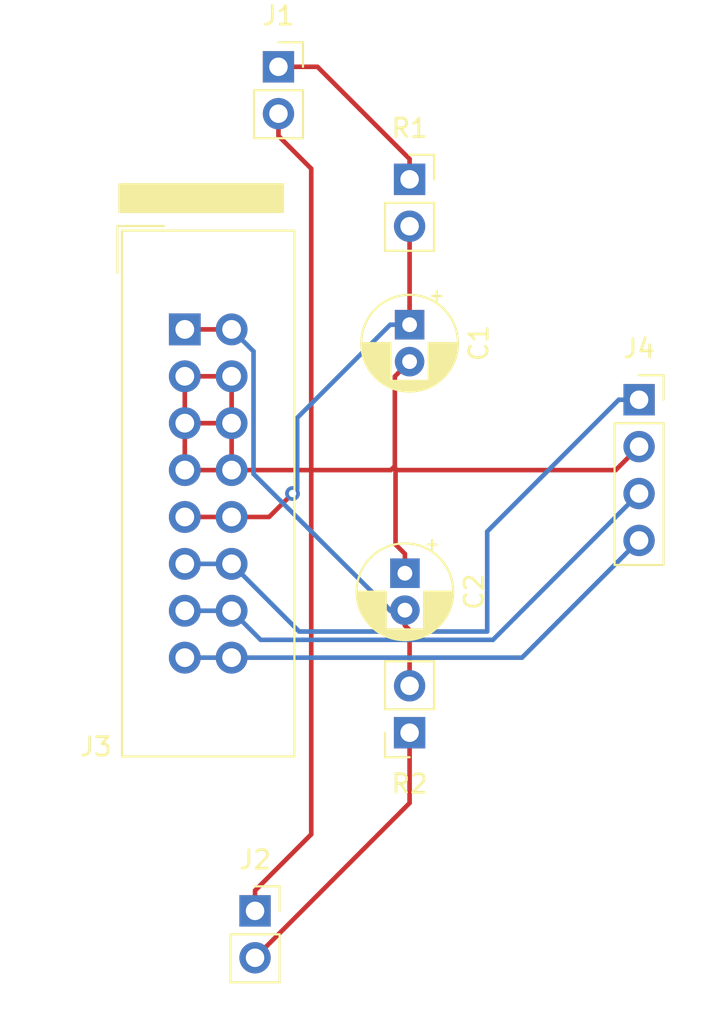
<source format=kicad_pcb>
(kicad_pcb (version 20171130) (host pcbnew "(5.1.5-0-10_14)")

  (general
    (thickness 1.6)
    (drawings 1)
    (tracks 70)
    (zones 0)
    (modules 8)
    (nets 9)
  )

  (page A4)
  (layers
    (0 F.Cu signal)
    (31 B.Cu signal)
    (32 B.Adhes user)
    (33 F.Adhes user)
    (34 B.Paste user)
    (35 F.Paste user)
    (36 B.SilkS user)
    (37 F.SilkS user)
    (38 B.Mask user)
    (39 F.Mask user)
    (40 Dwgs.User user)
    (41 Cmts.User user)
    (42 Eco1.User user)
    (43 Eco2.User user)
    (44 Edge.Cuts user)
    (45 Margin user)
    (46 B.CrtYd user)
    (47 F.CrtYd user)
    (48 B.Fab user)
    (49 F.Fab user)
  )

  (setup
    (last_trace_width 0.25)
    (trace_clearance 0.2)
    (zone_clearance 0.508)
    (zone_45_only no)
    (trace_min 0.2)
    (via_size 0.8)
    (via_drill 0.4)
    (via_min_size 0.4)
    (via_min_drill 0.3)
    (uvia_size 0.3)
    (uvia_drill 0.1)
    (uvias_allowed no)
    (uvia_min_size 0.2)
    (uvia_min_drill 0.1)
    (edge_width 0.05)
    (segment_width 0.2)
    (pcb_text_width 0.3)
    (pcb_text_size 1.5 1.5)
    (mod_edge_width 0.12)
    (mod_text_size 1 1)
    (mod_text_width 0.15)
    (pad_size 1.524 1.524)
    (pad_drill 0.762)
    (pad_to_mask_clearance 0.051)
    (solder_mask_min_width 0.25)
    (aux_axis_origin 0 0)
    (visible_elements FFFFFF7F)
    (pcbplotparams
      (layerselection 0x010fc_ffffffff)
      (usegerberextensions false)
      (usegerberattributes false)
      (usegerberadvancedattributes false)
      (creategerberjobfile false)
      (excludeedgelayer true)
      (linewidth 0.100000)
      (plotframeref false)
      (viasonmask false)
      (mode 1)
      (useauxorigin false)
      (hpglpennumber 1)
      (hpglpenspeed 20)
      (hpglpendiameter 15.000000)
      (psnegative false)
      (psa4output false)
      (plotreference true)
      (plotvalue true)
      (plotinvisibletext false)
      (padsonsilk false)
      (subtractmaskfromsilk false)
      (outputformat 1)
      (mirror false)
      (drillshape 1)
      (scaleselection 1)
      (outputdirectory ""))
  )

  (net 0 "")
  (net 1 +12V)
  (net 2 GND)
  (net 3 -12V)
  (net 4 "Net-(J1-Pad1)")
  (net 5 "Net-(J2-Pad2)")
  (net 6 "Net-(J3-Pad11)")
  (net 7 "Net-(J3-Pad13)")
  (net 8 "Net-(J3-Pad15)")

  (net_class Default "This is the default net class."
    (clearance 0.2)
    (trace_width 0.25)
    (via_dia 0.8)
    (via_drill 0.4)
    (uvia_dia 0.3)
    (uvia_drill 0.1)
    (add_net +12V)
    (add_net -12V)
    (add_net GND)
    (add_net "Net-(J1-Pad1)")
    (add_net "Net-(J2-Pad2)")
    (add_net "Net-(J3-Pad11)")
    (add_net "Net-(J3-Pad13)")
    (add_net "Net-(J3-Pad15)")
  )

  (module synth:EURORACK_16_IDC (layer F.Cu) (tedit 5EC95A29) (tstamp 5ECD562F)
    (at 46.99 59.944)
    (descr "Through hole straight IDC box header, 2x08, 2.54mm pitch, double rows")
    (tags "Through hole IDC box header THT 2x08 2.54mm double row")
    (path /5ECC3181)
    (fp_text reference J3 (at -4.826 22.606) (layer F.SilkS)
      (effects (font (size 1 1) (thickness 0.15)))
    )
    (fp_text value EURORACK_CONN_16_GATE_CV (at 1.27 24.384) (layer F.Fab)
      (effects (font (size 1 1) (thickness 0.15)))
    )
    (fp_text user %R (at 1.27 8.89) (layer F.Fab)
      (effects (font (size 1 1) (thickness 0.15)))
    )
    (fp_line (start 5.695 -5.1) (end 5.695 22.88) (layer F.Fab) (width 0.1))
    (fp_line (start 5.145 -4.56) (end 5.145 22.32) (layer F.Fab) (width 0.1))
    (fp_line (start -3.155 -5.1) (end -3.155 22.88) (layer F.Fab) (width 0.1))
    (fp_line (start -2.605 -4.56) (end -2.605 6.64) (layer F.Fab) (width 0.1))
    (fp_line (start -2.605 11.14) (end -2.605 22.32) (layer F.Fab) (width 0.1))
    (fp_line (start -2.605 6.64) (end -3.155 6.64) (layer F.Fab) (width 0.1))
    (fp_line (start -2.605 11.14) (end -3.155 11.14) (layer F.Fab) (width 0.1))
    (fp_line (start 5.695 -5.1) (end -3.155 -5.1) (layer F.Fab) (width 0.1))
    (fp_line (start 5.145 -4.56) (end -2.605 -4.56) (layer F.Fab) (width 0.1))
    (fp_line (start 5.695 22.88) (end -3.155 22.88) (layer F.Fab) (width 0.1))
    (fp_line (start 5.145 22.32) (end -2.605 22.32) (layer F.Fab) (width 0.1))
    (fp_line (start 5.695 -5.1) (end 5.145 -4.56) (layer F.Fab) (width 0.1))
    (fp_line (start 5.695 22.88) (end 5.145 22.32) (layer F.Fab) (width 0.1))
    (fp_line (start -3.155 -5.1) (end -2.605 -4.56) (layer F.Fab) (width 0.1))
    (fp_line (start -3.155 22.88) (end -2.605 22.32) (layer F.Fab) (width 0.1))
    (fp_line (start 5.95 -5.35) (end 5.95 23.13) (layer F.CrtYd) (width 0.05))
    (fp_line (start 5.95 23.13) (end -3.41 23.13) (layer F.CrtYd) (width 0.05))
    (fp_line (start -3.41 23.13) (end -3.41 -5.35) (layer F.CrtYd) (width 0.05))
    (fp_line (start -3.41 -5.35) (end 5.95 -5.35) (layer F.CrtYd) (width 0.05))
    (fp_line (start 5.945 -5.35) (end 5.945 23.13) (layer F.SilkS) (width 0.12))
    (fp_line (start 5.945 23.13) (end -3.405 23.13) (layer F.SilkS) (width 0.12))
    (fp_line (start -3.405 23.13) (end -3.405 -5.35) (layer F.SilkS) (width 0.12))
    (fp_line (start -3.405 -5.35) (end 5.945 -5.35) (layer F.SilkS) (width 0.12))
    (fp_line (start -3.655 -5.6) (end -3.655 -3.06) (layer F.SilkS) (width 0.12))
    (fp_line (start -3.655 -5.6) (end -1.115 -5.6) (layer F.SilkS) (width 0.12))
    (pad 1 thru_hole rect (at 0 0) (size 1.7272 1.7272) (drill 1.016) (layers *.Cu *.Mask)
      (net 3 -12V))
    (pad 1 thru_hole oval (at 2.54 0) (size 1.7272 1.7272) (drill 1.016) (layers *.Cu *.Mask)
      (net 3 -12V))
    (pad 3 thru_hole oval (at 0 2.54) (size 1.7272 1.7272) (drill 1.016) (layers *.Cu *.Mask)
      (net 2 GND))
    (pad 3 thru_hole oval (at 2.54 2.54) (size 1.7272 1.7272) (drill 1.016) (layers *.Cu *.Mask)
      (net 2 GND))
    (pad 3 thru_hole oval (at 0 5.08) (size 1.7272 1.7272) (drill 1.016) (layers *.Cu *.Mask)
      (net 2 GND))
    (pad 3 thru_hole oval (at 2.54 5.08) (size 1.7272 1.7272) (drill 1.016) (layers *.Cu *.Mask)
      (net 2 GND))
    (pad 3 thru_hole oval (at 0 7.62) (size 1.7272 1.7272) (drill 1.016) (layers *.Cu *.Mask)
      (net 2 GND))
    (pad 3 thru_hole oval (at 2.54 7.62) (size 1.7272 1.7272) (drill 1.016) (layers *.Cu *.Mask)
      (net 2 GND))
    (pad 9 thru_hole oval (at 0 10.16) (size 1.7272 1.7272) (drill 1.016) (layers *.Cu *.Mask)
      (net 1 +12V))
    (pad 9 thru_hole oval (at 2.54 10.16) (size 1.7272 1.7272) (drill 1.016) (layers *.Cu *.Mask)
      (net 1 +12V))
    (pad 11 thru_hole oval (at 0 12.7) (size 1.7272 1.7272) (drill 1.016) (layers *.Cu *.Mask)
      (net 6 "Net-(J3-Pad11)"))
    (pad 11 thru_hole oval (at 2.54 12.7) (size 1.7272 1.7272) (drill 1.016) (layers *.Cu *.Mask)
      (net 6 "Net-(J3-Pad11)"))
    (pad 13 thru_hole oval (at 0 15.24) (size 1.7272 1.7272) (drill 1.016) (layers *.Cu *.Mask)
      (net 7 "Net-(J3-Pad13)"))
    (pad 13 thru_hole oval (at 2.54 15.24) (size 1.7272 1.7272) (drill 1.016) (layers *.Cu *.Mask)
      (net 7 "Net-(J3-Pad13)"))
    (pad 15 thru_hole oval (at 0 17.78) (size 1.7272 1.7272) (drill 1.016) (layers *.Cu *.Mask)
      (net 8 "Net-(J3-Pad15)"))
    (pad 15 thru_hole oval (at 2.54 17.78) (size 1.7272 1.7272) (drill 1.016) (layers *.Cu *.Mask)
      (net 8 "Net-(J3-Pad15)"))
    (model ${KISYS3DMOD}/Connector_IDC.3dshapes/IDC-Header_2x08_P2.54mm_Vertical.wrl
      (at (xyz 0 0 0))
      (scale (xyz 1 1 1))
      (rotate (xyz 0 0 0))
    )
  )

  (module KiCad/kicad-footprints/Connector_PinSocket_2.54mm.pretty:PinSocket_1x02_P2.54mm_Vertical (layer F.Cu) (tedit 5A19A420) (tstamp 5ECD55EB)
    (at 52.07 45.72)
    (descr "Through hole straight socket strip, 1x02, 2.54mm pitch, single row (from Kicad 4.0.7), script generated")
    (tags "Through hole socket strip THT 1x02 2.54mm single row")
    (path /5ECCEFD6)
    (fp_text reference J1 (at 0 -2.77) (layer F.SilkS)
      (effects (font (size 1 1) (thickness 0.15)))
    )
    (fp_text value Conn_01x02 (at 0 5.31) (layer F.Fab)
      (effects (font (size 1 1) (thickness 0.15)))
    )
    (fp_text user %R (at 0 1.27 90) (layer F.Fab)
      (effects (font (size 1 1) (thickness 0.15)))
    )
    (fp_line (start -1.8 4.3) (end -1.8 -1.8) (layer F.CrtYd) (width 0.05))
    (fp_line (start 1.75 4.3) (end -1.8 4.3) (layer F.CrtYd) (width 0.05))
    (fp_line (start 1.75 -1.8) (end 1.75 4.3) (layer F.CrtYd) (width 0.05))
    (fp_line (start -1.8 -1.8) (end 1.75 -1.8) (layer F.CrtYd) (width 0.05))
    (fp_line (start 0 -1.33) (end 1.33 -1.33) (layer F.SilkS) (width 0.12))
    (fp_line (start 1.33 -1.33) (end 1.33 0) (layer F.SilkS) (width 0.12))
    (fp_line (start 1.33 1.27) (end 1.33 3.87) (layer F.SilkS) (width 0.12))
    (fp_line (start -1.33 3.87) (end 1.33 3.87) (layer F.SilkS) (width 0.12))
    (fp_line (start -1.33 1.27) (end -1.33 3.87) (layer F.SilkS) (width 0.12))
    (fp_line (start -1.33 1.27) (end 1.33 1.27) (layer F.SilkS) (width 0.12))
    (fp_line (start -1.27 3.81) (end -1.27 -1.27) (layer F.Fab) (width 0.1))
    (fp_line (start 1.27 3.81) (end -1.27 3.81) (layer F.Fab) (width 0.1))
    (fp_line (start 1.27 -0.635) (end 1.27 3.81) (layer F.Fab) (width 0.1))
    (fp_line (start 0.635 -1.27) (end 1.27 -0.635) (layer F.Fab) (width 0.1))
    (fp_line (start -1.27 -1.27) (end 0.635 -1.27) (layer F.Fab) (width 0.1))
    (pad 2 thru_hole oval (at 0 2.54) (size 1.7 1.7) (drill 1) (layers *.Cu *.Mask)
      (net 2 GND))
    (pad 1 thru_hole rect (at 0 0) (size 1.7 1.7) (drill 1) (layers *.Cu *.Mask)
      (net 4 "Net-(J1-Pad1)"))
    (model ${KISYS3DMOD}/Connector_PinSocket_2.54mm.3dshapes/PinSocket_1x02_P2.54mm_Vertical.wrl
      (at (xyz 0 0 0))
      (scale (xyz 1 1 1))
      (rotate (xyz 0 0 0))
    )
  )

  (module KiCad/kicad-footprints/Connector_PinSocket_2.54mm.pretty:PinSocket_1x02_P2.54mm_Vertical (layer F.Cu) (tedit 5A19A420) (tstamp 5ECD5601)
    (at 50.8 91.44)
    (descr "Through hole straight socket strip, 1x02, 2.54mm pitch, single row (from Kicad 4.0.7), script generated")
    (tags "Through hole socket strip THT 1x02 2.54mm single row")
    (path /5ECDE7EC)
    (fp_text reference J2 (at 0 -2.77) (layer F.SilkS)
      (effects (font (size 1 1) (thickness 0.15)))
    )
    (fp_text value Conn_01x02 (at 0 5.31) (layer F.Fab)
      (effects (font (size 1 1) (thickness 0.15)))
    )
    (fp_text user %R (at 0 1.27 90) (layer F.Fab)
      (effects (font (size 1 1) (thickness 0.15)))
    )
    (fp_line (start -1.8 4.3) (end -1.8 -1.8) (layer F.CrtYd) (width 0.05))
    (fp_line (start 1.75 4.3) (end -1.8 4.3) (layer F.CrtYd) (width 0.05))
    (fp_line (start 1.75 -1.8) (end 1.75 4.3) (layer F.CrtYd) (width 0.05))
    (fp_line (start -1.8 -1.8) (end 1.75 -1.8) (layer F.CrtYd) (width 0.05))
    (fp_line (start 0 -1.33) (end 1.33 -1.33) (layer F.SilkS) (width 0.12))
    (fp_line (start 1.33 -1.33) (end 1.33 0) (layer F.SilkS) (width 0.12))
    (fp_line (start 1.33 1.27) (end 1.33 3.87) (layer F.SilkS) (width 0.12))
    (fp_line (start -1.33 3.87) (end 1.33 3.87) (layer F.SilkS) (width 0.12))
    (fp_line (start -1.33 1.27) (end -1.33 3.87) (layer F.SilkS) (width 0.12))
    (fp_line (start -1.33 1.27) (end 1.33 1.27) (layer F.SilkS) (width 0.12))
    (fp_line (start -1.27 3.81) (end -1.27 -1.27) (layer F.Fab) (width 0.1))
    (fp_line (start 1.27 3.81) (end -1.27 3.81) (layer F.Fab) (width 0.1))
    (fp_line (start 1.27 -0.635) (end 1.27 3.81) (layer F.Fab) (width 0.1))
    (fp_line (start 0.635 -1.27) (end 1.27 -0.635) (layer F.Fab) (width 0.1))
    (fp_line (start -1.27 -1.27) (end 0.635 -1.27) (layer F.Fab) (width 0.1))
    (pad 2 thru_hole oval (at 0 2.54) (size 1.7 1.7) (drill 1) (layers *.Cu *.Mask)
      (net 5 "Net-(J2-Pad2)"))
    (pad 1 thru_hole rect (at 0 0) (size 1.7 1.7) (drill 1) (layers *.Cu *.Mask)
      (net 2 GND))
    (model ${KISYS3DMOD}/Connector_PinSocket_2.54mm.3dshapes/PinSocket_1x02_P2.54mm_Vertical.wrl
      (at (xyz 0 0 0))
      (scale (xyz 1 1 1))
      (rotate (xyz 0 0 0))
    )
  )

  (module KiCad/kicad-footprints/Connector_PinSocket_2.54mm.pretty:PinSocket_1x04_P2.54mm_Vertical (layer F.Cu) (tedit 5A19A429) (tstamp 5ECD8506)
    (at 71.628 63.754)
    (descr "Through hole straight socket strip, 1x04, 2.54mm pitch, single row (from Kicad 4.0.7), script generated")
    (tags "Through hole socket strip THT 1x04 2.54mm single row")
    (path /5ECCB209)
    (fp_text reference J4 (at 0 -2.77) (layer F.SilkS)
      (effects (font (size 1 1) (thickness 0.15)))
    )
    (fp_text value Conn_01x04 (at 0 10.39) (layer F.Fab)
      (effects (font (size 1 1) (thickness 0.15)))
    )
    (fp_line (start -1.27 -1.27) (end 0.635 -1.27) (layer F.Fab) (width 0.1))
    (fp_line (start 0.635 -1.27) (end 1.27 -0.635) (layer F.Fab) (width 0.1))
    (fp_line (start 1.27 -0.635) (end 1.27 8.89) (layer F.Fab) (width 0.1))
    (fp_line (start 1.27 8.89) (end -1.27 8.89) (layer F.Fab) (width 0.1))
    (fp_line (start -1.27 8.89) (end -1.27 -1.27) (layer F.Fab) (width 0.1))
    (fp_line (start -1.33 1.27) (end 1.33 1.27) (layer F.SilkS) (width 0.12))
    (fp_line (start -1.33 1.27) (end -1.33 8.95) (layer F.SilkS) (width 0.12))
    (fp_line (start -1.33 8.95) (end 1.33 8.95) (layer F.SilkS) (width 0.12))
    (fp_line (start 1.33 1.27) (end 1.33 8.95) (layer F.SilkS) (width 0.12))
    (fp_line (start 1.33 -1.33) (end 1.33 0) (layer F.SilkS) (width 0.12))
    (fp_line (start 0 -1.33) (end 1.33 -1.33) (layer F.SilkS) (width 0.12))
    (fp_line (start -1.8 -1.8) (end 1.75 -1.8) (layer F.CrtYd) (width 0.05))
    (fp_line (start 1.75 -1.8) (end 1.75 9.4) (layer F.CrtYd) (width 0.05))
    (fp_line (start 1.75 9.4) (end -1.8 9.4) (layer F.CrtYd) (width 0.05))
    (fp_line (start -1.8 9.4) (end -1.8 -1.8) (layer F.CrtYd) (width 0.05))
    (fp_text user %R (at 0 3.81 90) (layer F.Fab)
      (effects (font (size 1 1) (thickness 0.15)))
    )
    (pad 1 thru_hole rect (at 0 0) (size 1.7 1.7) (drill 1) (layers *.Cu *.Mask)
      (net 6 "Net-(J3-Pad11)"))
    (pad 2 thru_hole oval (at 0 2.54) (size 1.7 1.7) (drill 1) (layers *.Cu *.Mask)
      (net 2 GND))
    (pad 3 thru_hole oval (at 0 5.08) (size 1.7 1.7) (drill 1) (layers *.Cu *.Mask)
      (net 7 "Net-(J3-Pad13)"))
    (pad 4 thru_hole oval (at 0 7.62) (size 1.7 1.7) (drill 1) (layers *.Cu *.Mask)
      (net 8 "Net-(J3-Pad15)"))
    (model ${KISYS3DMOD}/Connector_PinSocket_2.54mm.3dshapes/PinSocket_1x04_P2.54mm_Vertical.wrl
      (at (xyz 0 0 0))
      (scale (xyz 1 1 1))
      (rotate (xyz 0 0 0))
    )
  )

  (module KiCad/kicad-footprints/Connector_PinSocket_2.54mm.pretty:PinSocket_1x02_P2.54mm_Vertical (layer F.Cu) (tedit 5A19A420) (tstamp 5ECD5AEF)
    (at 59.182 51.816)
    (descr "Through hole straight socket strip, 1x02, 2.54mm pitch, single row (from Kicad 4.0.7), script generated")
    (tags "Through hole socket strip THT 1x02 2.54mm single row")
    (path /5ECC584A)
    (fp_text reference R1 (at 0 -2.77) (layer F.SilkS)
      (effects (font (size 1 1) (thickness 0.15)))
    )
    (fp_text value 0.5 (at 0 5.31) (layer F.Fab)
      (effects (font (size 1 1) (thickness 0.15)))
    )
    (fp_line (start -1.27 -1.27) (end 0.635 -1.27) (layer F.Fab) (width 0.1))
    (fp_line (start 0.635 -1.27) (end 1.27 -0.635) (layer F.Fab) (width 0.1))
    (fp_line (start 1.27 -0.635) (end 1.27 3.81) (layer F.Fab) (width 0.1))
    (fp_line (start 1.27 3.81) (end -1.27 3.81) (layer F.Fab) (width 0.1))
    (fp_line (start -1.27 3.81) (end -1.27 -1.27) (layer F.Fab) (width 0.1))
    (fp_line (start -1.33 1.27) (end 1.33 1.27) (layer F.SilkS) (width 0.12))
    (fp_line (start -1.33 1.27) (end -1.33 3.87) (layer F.SilkS) (width 0.12))
    (fp_line (start -1.33 3.87) (end 1.33 3.87) (layer F.SilkS) (width 0.12))
    (fp_line (start 1.33 1.27) (end 1.33 3.87) (layer F.SilkS) (width 0.12))
    (fp_line (start 1.33 -1.33) (end 1.33 0) (layer F.SilkS) (width 0.12))
    (fp_line (start 0 -1.33) (end 1.33 -1.33) (layer F.SilkS) (width 0.12))
    (fp_line (start -1.8 -1.8) (end 1.75 -1.8) (layer F.CrtYd) (width 0.05))
    (fp_line (start 1.75 -1.8) (end 1.75 4.3) (layer F.CrtYd) (width 0.05))
    (fp_line (start 1.75 4.3) (end -1.8 4.3) (layer F.CrtYd) (width 0.05))
    (fp_line (start -1.8 4.3) (end -1.8 -1.8) (layer F.CrtYd) (width 0.05))
    (fp_text user %R (at 0 1.27 90) (layer F.Fab)
      (effects (font (size 1 1) (thickness 0.15)))
    )
    (pad 1 thru_hole rect (at 0 0) (size 1.7 1.7) (drill 1) (layers *.Cu *.Mask)
      (net 4 "Net-(J1-Pad1)"))
    (pad 2 thru_hole oval (at 0 2.54) (size 1.7 1.7) (drill 1) (layers *.Cu *.Mask)
      (net 1 +12V))
    (model ${KISYS3DMOD}/Connector_PinSocket_2.54mm.3dshapes/PinSocket_1x02_P2.54mm_Vertical.wrl
      (at (xyz 0 0 0))
      (scale (xyz 1 1 1))
      (rotate (xyz 0 0 0))
    )
  )

  (module KiCad/kicad-footprints/Connector_PinSocket_2.54mm.pretty:PinSocket_1x02_P2.54mm_Vertical (layer F.Cu) (tedit 5A19A420) (tstamp 5ECD585F)
    (at 59.182 81.788 180)
    (descr "Through hole straight socket strip, 1x02, 2.54mm pitch, single row (from Kicad 4.0.7), script generated")
    (tags "Through hole socket strip THT 1x02 2.54mm single row")
    (path /5ECDE7C2)
    (fp_text reference R2 (at 0 -2.77) (layer F.SilkS)
      (effects (font (size 1 1) (thickness 0.15)))
    )
    (fp_text value 0.5 (at 0 5.31) (layer F.Fab)
      (effects (font (size 1 1) (thickness 0.15)))
    )
    (fp_line (start -1.27 -1.27) (end 0.635 -1.27) (layer F.Fab) (width 0.1))
    (fp_line (start 0.635 -1.27) (end 1.27 -0.635) (layer F.Fab) (width 0.1))
    (fp_line (start 1.27 -0.635) (end 1.27 3.81) (layer F.Fab) (width 0.1))
    (fp_line (start 1.27 3.81) (end -1.27 3.81) (layer F.Fab) (width 0.1))
    (fp_line (start -1.27 3.81) (end -1.27 -1.27) (layer F.Fab) (width 0.1))
    (fp_line (start -1.33 1.27) (end 1.33 1.27) (layer F.SilkS) (width 0.12))
    (fp_line (start -1.33 1.27) (end -1.33 3.87) (layer F.SilkS) (width 0.12))
    (fp_line (start -1.33 3.87) (end 1.33 3.87) (layer F.SilkS) (width 0.12))
    (fp_line (start 1.33 1.27) (end 1.33 3.87) (layer F.SilkS) (width 0.12))
    (fp_line (start 1.33 -1.33) (end 1.33 0) (layer F.SilkS) (width 0.12))
    (fp_line (start 0 -1.33) (end 1.33 -1.33) (layer F.SilkS) (width 0.12))
    (fp_line (start -1.8 -1.8) (end 1.75 -1.8) (layer F.CrtYd) (width 0.05))
    (fp_line (start 1.75 -1.8) (end 1.75 4.3) (layer F.CrtYd) (width 0.05))
    (fp_line (start 1.75 4.3) (end -1.8 4.3) (layer F.CrtYd) (width 0.05))
    (fp_line (start -1.8 4.3) (end -1.8 -1.8) (layer F.CrtYd) (width 0.05))
    (fp_text user %R (at 0 1.27) (layer F.Fab)
      (effects (font (size 1 1) (thickness 0.15)))
    )
    (pad 1 thru_hole rect (at 0 0 180) (size 1.7 1.7) (drill 1) (layers *.Cu *.Mask)
      (net 5 "Net-(J2-Pad2)"))
    (pad 2 thru_hole oval (at 0 2.54 180) (size 1.7 1.7) (drill 1) (layers *.Cu *.Mask)
      (net 3 -12V))
    (model ${KISYS3DMOD}/Connector_PinSocket_2.54mm.3dshapes/PinSocket_1x02_P2.54mm_Vertical.wrl
      (at (xyz 0 0 0))
      (scale (xyz 1 1 1))
      (rotate (xyz 0 0 0))
    )
  )

  (module KiCad/kicad-footprints/Capacitor_THT.pretty:CP_Radial_D5.0mm_P2.00mm (layer F.Cu) (tedit 5AE50EF0) (tstamp 5ECD7747)
    (at 59.182 59.69 270)
    (descr "CP, Radial series, Radial, pin pitch=2.00mm, , diameter=5mm, Electrolytic Capacitor")
    (tags "CP Radial series Radial pin pitch 2.00mm  diameter 5mm Electrolytic Capacitor")
    (path /5ECEE074)
    (fp_text reference C1 (at 1 -3.75 90) (layer F.SilkS)
      (effects (font (size 1 1) (thickness 0.15)))
    )
    (fp_text value CP (at 1 3.75 90) (layer F.Fab)
      (effects (font (size 1 1) (thickness 0.15)))
    )
    (fp_text user %R (at 1 0 90) (layer F.Fab)
      (effects (font (size 1 1) (thickness 0.15)))
    )
    (fp_line (start -1.554775 -1.725) (end -1.554775 -1.225) (layer F.SilkS) (width 0.12))
    (fp_line (start -1.804775 -1.475) (end -1.304775 -1.475) (layer F.SilkS) (width 0.12))
    (fp_line (start 3.601 -0.284) (end 3.601 0.284) (layer F.SilkS) (width 0.12))
    (fp_line (start 3.561 -0.518) (end 3.561 0.518) (layer F.SilkS) (width 0.12))
    (fp_line (start 3.521 -0.677) (end 3.521 0.677) (layer F.SilkS) (width 0.12))
    (fp_line (start 3.481 -0.805) (end 3.481 0.805) (layer F.SilkS) (width 0.12))
    (fp_line (start 3.441 -0.915) (end 3.441 0.915) (layer F.SilkS) (width 0.12))
    (fp_line (start 3.401 -1.011) (end 3.401 1.011) (layer F.SilkS) (width 0.12))
    (fp_line (start 3.361 -1.098) (end 3.361 1.098) (layer F.SilkS) (width 0.12))
    (fp_line (start 3.321 -1.178) (end 3.321 1.178) (layer F.SilkS) (width 0.12))
    (fp_line (start 3.281 -1.251) (end 3.281 1.251) (layer F.SilkS) (width 0.12))
    (fp_line (start 3.241 -1.319) (end 3.241 1.319) (layer F.SilkS) (width 0.12))
    (fp_line (start 3.201 -1.383) (end 3.201 1.383) (layer F.SilkS) (width 0.12))
    (fp_line (start 3.161 -1.443) (end 3.161 1.443) (layer F.SilkS) (width 0.12))
    (fp_line (start 3.121 -1.5) (end 3.121 1.5) (layer F.SilkS) (width 0.12))
    (fp_line (start 3.081 -1.554) (end 3.081 1.554) (layer F.SilkS) (width 0.12))
    (fp_line (start 3.041 -1.605) (end 3.041 1.605) (layer F.SilkS) (width 0.12))
    (fp_line (start 3.001 1.04) (end 3.001 1.653) (layer F.SilkS) (width 0.12))
    (fp_line (start 3.001 -1.653) (end 3.001 -1.04) (layer F.SilkS) (width 0.12))
    (fp_line (start 2.961 1.04) (end 2.961 1.699) (layer F.SilkS) (width 0.12))
    (fp_line (start 2.961 -1.699) (end 2.961 -1.04) (layer F.SilkS) (width 0.12))
    (fp_line (start 2.921 1.04) (end 2.921 1.743) (layer F.SilkS) (width 0.12))
    (fp_line (start 2.921 -1.743) (end 2.921 -1.04) (layer F.SilkS) (width 0.12))
    (fp_line (start 2.881 1.04) (end 2.881 1.785) (layer F.SilkS) (width 0.12))
    (fp_line (start 2.881 -1.785) (end 2.881 -1.04) (layer F.SilkS) (width 0.12))
    (fp_line (start 2.841 1.04) (end 2.841 1.826) (layer F.SilkS) (width 0.12))
    (fp_line (start 2.841 -1.826) (end 2.841 -1.04) (layer F.SilkS) (width 0.12))
    (fp_line (start 2.801 1.04) (end 2.801 1.864) (layer F.SilkS) (width 0.12))
    (fp_line (start 2.801 -1.864) (end 2.801 -1.04) (layer F.SilkS) (width 0.12))
    (fp_line (start 2.761 1.04) (end 2.761 1.901) (layer F.SilkS) (width 0.12))
    (fp_line (start 2.761 -1.901) (end 2.761 -1.04) (layer F.SilkS) (width 0.12))
    (fp_line (start 2.721 1.04) (end 2.721 1.937) (layer F.SilkS) (width 0.12))
    (fp_line (start 2.721 -1.937) (end 2.721 -1.04) (layer F.SilkS) (width 0.12))
    (fp_line (start 2.681 1.04) (end 2.681 1.971) (layer F.SilkS) (width 0.12))
    (fp_line (start 2.681 -1.971) (end 2.681 -1.04) (layer F.SilkS) (width 0.12))
    (fp_line (start 2.641 1.04) (end 2.641 2.004) (layer F.SilkS) (width 0.12))
    (fp_line (start 2.641 -2.004) (end 2.641 -1.04) (layer F.SilkS) (width 0.12))
    (fp_line (start 2.601 1.04) (end 2.601 2.035) (layer F.SilkS) (width 0.12))
    (fp_line (start 2.601 -2.035) (end 2.601 -1.04) (layer F.SilkS) (width 0.12))
    (fp_line (start 2.561 1.04) (end 2.561 2.065) (layer F.SilkS) (width 0.12))
    (fp_line (start 2.561 -2.065) (end 2.561 -1.04) (layer F.SilkS) (width 0.12))
    (fp_line (start 2.521 1.04) (end 2.521 2.095) (layer F.SilkS) (width 0.12))
    (fp_line (start 2.521 -2.095) (end 2.521 -1.04) (layer F.SilkS) (width 0.12))
    (fp_line (start 2.481 1.04) (end 2.481 2.122) (layer F.SilkS) (width 0.12))
    (fp_line (start 2.481 -2.122) (end 2.481 -1.04) (layer F.SilkS) (width 0.12))
    (fp_line (start 2.441 1.04) (end 2.441 2.149) (layer F.SilkS) (width 0.12))
    (fp_line (start 2.441 -2.149) (end 2.441 -1.04) (layer F.SilkS) (width 0.12))
    (fp_line (start 2.401 1.04) (end 2.401 2.175) (layer F.SilkS) (width 0.12))
    (fp_line (start 2.401 -2.175) (end 2.401 -1.04) (layer F.SilkS) (width 0.12))
    (fp_line (start 2.361 1.04) (end 2.361 2.2) (layer F.SilkS) (width 0.12))
    (fp_line (start 2.361 -2.2) (end 2.361 -1.04) (layer F.SilkS) (width 0.12))
    (fp_line (start 2.321 1.04) (end 2.321 2.224) (layer F.SilkS) (width 0.12))
    (fp_line (start 2.321 -2.224) (end 2.321 -1.04) (layer F.SilkS) (width 0.12))
    (fp_line (start 2.281 1.04) (end 2.281 2.247) (layer F.SilkS) (width 0.12))
    (fp_line (start 2.281 -2.247) (end 2.281 -1.04) (layer F.SilkS) (width 0.12))
    (fp_line (start 2.241 1.04) (end 2.241 2.268) (layer F.SilkS) (width 0.12))
    (fp_line (start 2.241 -2.268) (end 2.241 -1.04) (layer F.SilkS) (width 0.12))
    (fp_line (start 2.201 1.04) (end 2.201 2.29) (layer F.SilkS) (width 0.12))
    (fp_line (start 2.201 -2.29) (end 2.201 -1.04) (layer F.SilkS) (width 0.12))
    (fp_line (start 2.161 1.04) (end 2.161 2.31) (layer F.SilkS) (width 0.12))
    (fp_line (start 2.161 -2.31) (end 2.161 -1.04) (layer F.SilkS) (width 0.12))
    (fp_line (start 2.121 1.04) (end 2.121 2.329) (layer F.SilkS) (width 0.12))
    (fp_line (start 2.121 -2.329) (end 2.121 -1.04) (layer F.SilkS) (width 0.12))
    (fp_line (start 2.081 1.04) (end 2.081 2.348) (layer F.SilkS) (width 0.12))
    (fp_line (start 2.081 -2.348) (end 2.081 -1.04) (layer F.SilkS) (width 0.12))
    (fp_line (start 2.041 1.04) (end 2.041 2.365) (layer F.SilkS) (width 0.12))
    (fp_line (start 2.041 -2.365) (end 2.041 -1.04) (layer F.SilkS) (width 0.12))
    (fp_line (start 2.001 1.04) (end 2.001 2.382) (layer F.SilkS) (width 0.12))
    (fp_line (start 2.001 -2.382) (end 2.001 -1.04) (layer F.SilkS) (width 0.12))
    (fp_line (start 1.961 1.04) (end 1.961 2.398) (layer F.SilkS) (width 0.12))
    (fp_line (start 1.961 -2.398) (end 1.961 -1.04) (layer F.SilkS) (width 0.12))
    (fp_line (start 1.921 1.04) (end 1.921 2.414) (layer F.SilkS) (width 0.12))
    (fp_line (start 1.921 -2.414) (end 1.921 -1.04) (layer F.SilkS) (width 0.12))
    (fp_line (start 1.881 1.04) (end 1.881 2.428) (layer F.SilkS) (width 0.12))
    (fp_line (start 1.881 -2.428) (end 1.881 -1.04) (layer F.SilkS) (width 0.12))
    (fp_line (start 1.841 1.04) (end 1.841 2.442) (layer F.SilkS) (width 0.12))
    (fp_line (start 1.841 -2.442) (end 1.841 -1.04) (layer F.SilkS) (width 0.12))
    (fp_line (start 1.801 1.04) (end 1.801 2.455) (layer F.SilkS) (width 0.12))
    (fp_line (start 1.801 -2.455) (end 1.801 -1.04) (layer F.SilkS) (width 0.12))
    (fp_line (start 1.761 1.04) (end 1.761 2.468) (layer F.SilkS) (width 0.12))
    (fp_line (start 1.761 -2.468) (end 1.761 -1.04) (layer F.SilkS) (width 0.12))
    (fp_line (start 1.721 1.04) (end 1.721 2.48) (layer F.SilkS) (width 0.12))
    (fp_line (start 1.721 -2.48) (end 1.721 -1.04) (layer F.SilkS) (width 0.12))
    (fp_line (start 1.68 1.04) (end 1.68 2.491) (layer F.SilkS) (width 0.12))
    (fp_line (start 1.68 -2.491) (end 1.68 -1.04) (layer F.SilkS) (width 0.12))
    (fp_line (start 1.64 1.04) (end 1.64 2.501) (layer F.SilkS) (width 0.12))
    (fp_line (start 1.64 -2.501) (end 1.64 -1.04) (layer F.SilkS) (width 0.12))
    (fp_line (start 1.6 1.04) (end 1.6 2.511) (layer F.SilkS) (width 0.12))
    (fp_line (start 1.6 -2.511) (end 1.6 -1.04) (layer F.SilkS) (width 0.12))
    (fp_line (start 1.56 1.04) (end 1.56 2.52) (layer F.SilkS) (width 0.12))
    (fp_line (start 1.56 -2.52) (end 1.56 -1.04) (layer F.SilkS) (width 0.12))
    (fp_line (start 1.52 1.04) (end 1.52 2.528) (layer F.SilkS) (width 0.12))
    (fp_line (start 1.52 -2.528) (end 1.52 -1.04) (layer F.SilkS) (width 0.12))
    (fp_line (start 1.48 1.04) (end 1.48 2.536) (layer F.SilkS) (width 0.12))
    (fp_line (start 1.48 -2.536) (end 1.48 -1.04) (layer F.SilkS) (width 0.12))
    (fp_line (start 1.44 1.04) (end 1.44 2.543) (layer F.SilkS) (width 0.12))
    (fp_line (start 1.44 -2.543) (end 1.44 -1.04) (layer F.SilkS) (width 0.12))
    (fp_line (start 1.4 1.04) (end 1.4 2.55) (layer F.SilkS) (width 0.12))
    (fp_line (start 1.4 -2.55) (end 1.4 -1.04) (layer F.SilkS) (width 0.12))
    (fp_line (start 1.36 1.04) (end 1.36 2.556) (layer F.SilkS) (width 0.12))
    (fp_line (start 1.36 -2.556) (end 1.36 -1.04) (layer F.SilkS) (width 0.12))
    (fp_line (start 1.32 1.04) (end 1.32 2.561) (layer F.SilkS) (width 0.12))
    (fp_line (start 1.32 -2.561) (end 1.32 -1.04) (layer F.SilkS) (width 0.12))
    (fp_line (start 1.28 1.04) (end 1.28 2.565) (layer F.SilkS) (width 0.12))
    (fp_line (start 1.28 -2.565) (end 1.28 -1.04) (layer F.SilkS) (width 0.12))
    (fp_line (start 1.24 1.04) (end 1.24 2.569) (layer F.SilkS) (width 0.12))
    (fp_line (start 1.24 -2.569) (end 1.24 -1.04) (layer F.SilkS) (width 0.12))
    (fp_line (start 1.2 1.04) (end 1.2 2.573) (layer F.SilkS) (width 0.12))
    (fp_line (start 1.2 -2.573) (end 1.2 -1.04) (layer F.SilkS) (width 0.12))
    (fp_line (start 1.16 1.04) (end 1.16 2.576) (layer F.SilkS) (width 0.12))
    (fp_line (start 1.16 -2.576) (end 1.16 -1.04) (layer F.SilkS) (width 0.12))
    (fp_line (start 1.12 1.04) (end 1.12 2.578) (layer F.SilkS) (width 0.12))
    (fp_line (start 1.12 -2.578) (end 1.12 -1.04) (layer F.SilkS) (width 0.12))
    (fp_line (start 1.08 1.04) (end 1.08 2.579) (layer F.SilkS) (width 0.12))
    (fp_line (start 1.08 -2.579) (end 1.08 -1.04) (layer F.SilkS) (width 0.12))
    (fp_line (start 1.04 -2.58) (end 1.04 -1.04) (layer F.SilkS) (width 0.12))
    (fp_line (start 1.04 1.04) (end 1.04 2.58) (layer F.SilkS) (width 0.12))
    (fp_line (start 1 -2.58) (end 1 -1.04) (layer F.SilkS) (width 0.12))
    (fp_line (start 1 1.04) (end 1 2.58) (layer F.SilkS) (width 0.12))
    (fp_line (start -0.883605 -1.3375) (end -0.883605 -0.8375) (layer F.Fab) (width 0.1))
    (fp_line (start -1.133605 -1.0875) (end -0.633605 -1.0875) (layer F.Fab) (width 0.1))
    (fp_circle (center 1 0) (end 3.75 0) (layer F.CrtYd) (width 0.05))
    (fp_circle (center 1 0) (end 3.62 0) (layer F.SilkS) (width 0.12))
    (fp_circle (center 1 0) (end 3.5 0) (layer F.Fab) (width 0.1))
    (pad 2 thru_hole circle (at 2 0 270) (size 1.6 1.6) (drill 0.8) (layers *.Cu *.Mask)
      (net 2 GND))
    (pad 1 thru_hole rect (at 0 0 270) (size 1.6 1.6) (drill 0.8) (layers *.Cu *.Mask)
      (net 1 +12V))
    (model ${KISYS3DMOD}/Capacitor_THT.3dshapes/CP_Radial_D5.0mm_P2.00mm.wrl
      (at (xyz 0 0 0))
      (scale (xyz 1 1 1))
      (rotate (xyz 0 0 0))
    )
  )

  (module KiCad/kicad-footprints/Capacitor_THT.pretty:CP_Radial_D5.0mm_P2.00mm (layer F.Cu) (tedit 5AE50EF0) (tstamp 5ECD8995)
    (at 58.928 73.152 270)
    (descr "CP, Radial series, Radial, pin pitch=2.00mm, , diameter=5mm, Electrolytic Capacitor")
    (tags "CP Radial series Radial pin pitch 2.00mm  diameter 5mm Electrolytic Capacitor")
    (path /5ECEC081)
    (fp_text reference C2 (at 1 -3.75 90) (layer F.SilkS)
      (effects (font (size 1 1) (thickness 0.15)))
    )
    (fp_text value CP (at 1 3.75 90) (layer F.Fab)
      (effects (font (size 1 1) (thickness 0.15)))
    )
    (fp_circle (center 1 0) (end 3.5 0) (layer F.Fab) (width 0.1))
    (fp_circle (center 1 0) (end 3.62 0) (layer F.SilkS) (width 0.12))
    (fp_circle (center 1 0) (end 3.75 0) (layer F.CrtYd) (width 0.05))
    (fp_line (start -1.133605 -1.0875) (end -0.633605 -1.0875) (layer F.Fab) (width 0.1))
    (fp_line (start -0.883605 -1.3375) (end -0.883605 -0.8375) (layer F.Fab) (width 0.1))
    (fp_line (start 1 1.04) (end 1 2.58) (layer F.SilkS) (width 0.12))
    (fp_line (start 1 -2.58) (end 1 -1.04) (layer F.SilkS) (width 0.12))
    (fp_line (start 1.04 1.04) (end 1.04 2.58) (layer F.SilkS) (width 0.12))
    (fp_line (start 1.04 -2.58) (end 1.04 -1.04) (layer F.SilkS) (width 0.12))
    (fp_line (start 1.08 -2.579) (end 1.08 -1.04) (layer F.SilkS) (width 0.12))
    (fp_line (start 1.08 1.04) (end 1.08 2.579) (layer F.SilkS) (width 0.12))
    (fp_line (start 1.12 -2.578) (end 1.12 -1.04) (layer F.SilkS) (width 0.12))
    (fp_line (start 1.12 1.04) (end 1.12 2.578) (layer F.SilkS) (width 0.12))
    (fp_line (start 1.16 -2.576) (end 1.16 -1.04) (layer F.SilkS) (width 0.12))
    (fp_line (start 1.16 1.04) (end 1.16 2.576) (layer F.SilkS) (width 0.12))
    (fp_line (start 1.2 -2.573) (end 1.2 -1.04) (layer F.SilkS) (width 0.12))
    (fp_line (start 1.2 1.04) (end 1.2 2.573) (layer F.SilkS) (width 0.12))
    (fp_line (start 1.24 -2.569) (end 1.24 -1.04) (layer F.SilkS) (width 0.12))
    (fp_line (start 1.24 1.04) (end 1.24 2.569) (layer F.SilkS) (width 0.12))
    (fp_line (start 1.28 -2.565) (end 1.28 -1.04) (layer F.SilkS) (width 0.12))
    (fp_line (start 1.28 1.04) (end 1.28 2.565) (layer F.SilkS) (width 0.12))
    (fp_line (start 1.32 -2.561) (end 1.32 -1.04) (layer F.SilkS) (width 0.12))
    (fp_line (start 1.32 1.04) (end 1.32 2.561) (layer F.SilkS) (width 0.12))
    (fp_line (start 1.36 -2.556) (end 1.36 -1.04) (layer F.SilkS) (width 0.12))
    (fp_line (start 1.36 1.04) (end 1.36 2.556) (layer F.SilkS) (width 0.12))
    (fp_line (start 1.4 -2.55) (end 1.4 -1.04) (layer F.SilkS) (width 0.12))
    (fp_line (start 1.4 1.04) (end 1.4 2.55) (layer F.SilkS) (width 0.12))
    (fp_line (start 1.44 -2.543) (end 1.44 -1.04) (layer F.SilkS) (width 0.12))
    (fp_line (start 1.44 1.04) (end 1.44 2.543) (layer F.SilkS) (width 0.12))
    (fp_line (start 1.48 -2.536) (end 1.48 -1.04) (layer F.SilkS) (width 0.12))
    (fp_line (start 1.48 1.04) (end 1.48 2.536) (layer F.SilkS) (width 0.12))
    (fp_line (start 1.52 -2.528) (end 1.52 -1.04) (layer F.SilkS) (width 0.12))
    (fp_line (start 1.52 1.04) (end 1.52 2.528) (layer F.SilkS) (width 0.12))
    (fp_line (start 1.56 -2.52) (end 1.56 -1.04) (layer F.SilkS) (width 0.12))
    (fp_line (start 1.56 1.04) (end 1.56 2.52) (layer F.SilkS) (width 0.12))
    (fp_line (start 1.6 -2.511) (end 1.6 -1.04) (layer F.SilkS) (width 0.12))
    (fp_line (start 1.6 1.04) (end 1.6 2.511) (layer F.SilkS) (width 0.12))
    (fp_line (start 1.64 -2.501) (end 1.64 -1.04) (layer F.SilkS) (width 0.12))
    (fp_line (start 1.64 1.04) (end 1.64 2.501) (layer F.SilkS) (width 0.12))
    (fp_line (start 1.68 -2.491) (end 1.68 -1.04) (layer F.SilkS) (width 0.12))
    (fp_line (start 1.68 1.04) (end 1.68 2.491) (layer F.SilkS) (width 0.12))
    (fp_line (start 1.721 -2.48) (end 1.721 -1.04) (layer F.SilkS) (width 0.12))
    (fp_line (start 1.721 1.04) (end 1.721 2.48) (layer F.SilkS) (width 0.12))
    (fp_line (start 1.761 -2.468) (end 1.761 -1.04) (layer F.SilkS) (width 0.12))
    (fp_line (start 1.761 1.04) (end 1.761 2.468) (layer F.SilkS) (width 0.12))
    (fp_line (start 1.801 -2.455) (end 1.801 -1.04) (layer F.SilkS) (width 0.12))
    (fp_line (start 1.801 1.04) (end 1.801 2.455) (layer F.SilkS) (width 0.12))
    (fp_line (start 1.841 -2.442) (end 1.841 -1.04) (layer F.SilkS) (width 0.12))
    (fp_line (start 1.841 1.04) (end 1.841 2.442) (layer F.SilkS) (width 0.12))
    (fp_line (start 1.881 -2.428) (end 1.881 -1.04) (layer F.SilkS) (width 0.12))
    (fp_line (start 1.881 1.04) (end 1.881 2.428) (layer F.SilkS) (width 0.12))
    (fp_line (start 1.921 -2.414) (end 1.921 -1.04) (layer F.SilkS) (width 0.12))
    (fp_line (start 1.921 1.04) (end 1.921 2.414) (layer F.SilkS) (width 0.12))
    (fp_line (start 1.961 -2.398) (end 1.961 -1.04) (layer F.SilkS) (width 0.12))
    (fp_line (start 1.961 1.04) (end 1.961 2.398) (layer F.SilkS) (width 0.12))
    (fp_line (start 2.001 -2.382) (end 2.001 -1.04) (layer F.SilkS) (width 0.12))
    (fp_line (start 2.001 1.04) (end 2.001 2.382) (layer F.SilkS) (width 0.12))
    (fp_line (start 2.041 -2.365) (end 2.041 -1.04) (layer F.SilkS) (width 0.12))
    (fp_line (start 2.041 1.04) (end 2.041 2.365) (layer F.SilkS) (width 0.12))
    (fp_line (start 2.081 -2.348) (end 2.081 -1.04) (layer F.SilkS) (width 0.12))
    (fp_line (start 2.081 1.04) (end 2.081 2.348) (layer F.SilkS) (width 0.12))
    (fp_line (start 2.121 -2.329) (end 2.121 -1.04) (layer F.SilkS) (width 0.12))
    (fp_line (start 2.121 1.04) (end 2.121 2.329) (layer F.SilkS) (width 0.12))
    (fp_line (start 2.161 -2.31) (end 2.161 -1.04) (layer F.SilkS) (width 0.12))
    (fp_line (start 2.161 1.04) (end 2.161 2.31) (layer F.SilkS) (width 0.12))
    (fp_line (start 2.201 -2.29) (end 2.201 -1.04) (layer F.SilkS) (width 0.12))
    (fp_line (start 2.201 1.04) (end 2.201 2.29) (layer F.SilkS) (width 0.12))
    (fp_line (start 2.241 -2.268) (end 2.241 -1.04) (layer F.SilkS) (width 0.12))
    (fp_line (start 2.241 1.04) (end 2.241 2.268) (layer F.SilkS) (width 0.12))
    (fp_line (start 2.281 -2.247) (end 2.281 -1.04) (layer F.SilkS) (width 0.12))
    (fp_line (start 2.281 1.04) (end 2.281 2.247) (layer F.SilkS) (width 0.12))
    (fp_line (start 2.321 -2.224) (end 2.321 -1.04) (layer F.SilkS) (width 0.12))
    (fp_line (start 2.321 1.04) (end 2.321 2.224) (layer F.SilkS) (width 0.12))
    (fp_line (start 2.361 -2.2) (end 2.361 -1.04) (layer F.SilkS) (width 0.12))
    (fp_line (start 2.361 1.04) (end 2.361 2.2) (layer F.SilkS) (width 0.12))
    (fp_line (start 2.401 -2.175) (end 2.401 -1.04) (layer F.SilkS) (width 0.12))
    (fp_line (start 2.401 1.04) (end 2.401 2.175) (layer F.SilkS) (width 0.12))
    (fp_line (start 2.441 -2.149) (end 2.441 -1.04) (layer F.SilkS) (width 0.12))
    (fp_line (start 2.441 1.04) (end 2.441 2.149) (layer F.SilkS) (width 0.12))
    (fp_line (start 2.481 -2.122) (end 2.481 -1.04) (layer F.SilkS) (width 0.12))
    (fp_line (start 2.481 1.04) (end 2.481 2.122) (layer F.SilkS) (width 0.12))
    (fp_line (start 2.521 -2.095) (end 2.521 -1.04) (layer F.SilkS) (width 0.12))
    (fp_line (start 2.521 1.04) (end 2.521 2.095) (layer F.SilkS) (width 0.12))
    (fp_line (start 2.561 -2.065) (end 2.561 -1.04) (layer F.SilkS) (width 0.12))
    (fp_line (start 2.561 1.04) (end 2.561 2.065) (layer F.SilkS) (width 0.12))
    (fp_line (start 2.601 -2.035) (end 2.601 -1.04) (layer F.SilkS) (width 0.12))
    (fp_line (start 2.601 1.04) (end 2.601 2.035) (layer F.SilkS) (width 0.12))
    (fp_line (start 2.641 -2.004) (end 2.641 -1.04) (layer F.SilkS) (width 0.12))
    (fp_line (start 2.641 1.04) (end 2.641 2.004) (layer F.SilkS) (width 0.12))
    (fp_line (start 2.681 -1.971) (end 2.681 -1.04) (layer F.SilkS) (width 0.12))
    (fp_line (start 2.681 1.04) (end 2.681 1.971) (layer F.SilkS) (width 0.12))
    (fp_line (start 2.721 -1.937) (end 2.721 -1.04) (layer F.SilkS) (width 0.12))
    (fp_line (start 2.721 1.04) (end 2.721 1.937) (layer F.SilkS) (width 0.12))
    (fp_line (start 2.761 -1.901) (end 2.761 -1.04) (layer F.SilkS) (width 0.12))
    (fp_line (start 2.761 1.04) (end 2.761 1.901) (layer F.SilkS) (width 0.12))
    (fp_line (start 2.801 -1.864) (end 2.801 -1.04) (layer F.SilkS) (width 0.12))
    (fp_line (start 2.801 1.04) (end 2.801 1.864) (layer F.SilkS) (width 0.12))
    (fp_line (start 2.841 -1.826) (end 2.841 -1.04) (layer F.SilkS) (width 0.12))
    (fp_line (start 2.841 1.04) (end 2.841 1.826) (layer F.SilkS) (width 0.12))
    (fp_line (start 2.881 -1.785) (end 2.881 -1.04) (layer F.SilkS) (width 0.12))
    (fp_line (start 2.881 1.04) (end 2.881 1.785) (layer F.SilkS) (width 0.12))
    (fp_line (start 2.921 -1.743) (end 2.921 -1.04) (layer F.SilkS) (width 0.12))
    (fp_line (start 2.921 1.04) (end 2.921 1.743) (layer F.SilkS) (width 0.12))
    (fp_line (start 2.961 -1.699) (end 2.961 -1.04) (layer F.SilkS) (width 0.12))
    (fp_line (start 2.961 1.04) (end 2.961 1.699) (layer F.SilkS) (width 0.12))
    (fp_line (start 3.001 -1.653) (end 3.001 -1.04) (layer F.SilkS) (width 0.12))
    (fp_line (start 3.001 1.04) (end 3.001 1.653) (layer F.SilkS) (width 0.12))
    (fp_line (start 3.041 -1.605) (end 3.041 1.605) (layer F.SilkS) (width 0.12))
    (fp_line (start 3.081 -1.554) (end 3.081 1.554) (layer F.SilkS) (width 0.12))
    (fp_line (start 3.121 -1.5) (end 3.121 1.5) (layer F.SilkS) (width 0.12))
    (fp_line (start 3.161 -1.443) (end 3.161 1.443) (layer F.SilkS) (width 0.12))
    (fp_line (start 3.201 -1.383) (end 3.201 1.383) (layer F.SilkS) (width 0.12))
    (fp_line (start 3.241 -1.319) (end 3.241 1.319) (layer F.SilkS) (width 0.12))
    (fp_line (start 3.281 -1.251) (end 3.281 1.251) (layer F.SilkS) (width 0.12))
    (fp_line (start 3.321 -1.178) (end 3.321 1.178) (layer F.SilkS) (width 0.12))
    (fp_line (start 3.361 -1.098) (end 3.361 1.098) (layer F.SilkS) (width 0.12))
    (fp_line (start 3.401 -1.011) (end 3.401 1.011) (layer F.SilkS) (width 0.12))
    (fp_line (start 3.441 -0.915) (end 3.441 0.915) (layer F.SilkS) (width 0.12))
    (fp_line (start 3.481 -0.805) (end 3.481 0.805) (layer F.SilkS) (width 0.12))
    (fp_line (start 3.521 -0.677) (end 3.521 0.677) (layer F.SilkS) (width 0.12))
    (fp_line (start 3.561 -0.518) (end 3.561 0.518) (layer F.SilkS) (width 0.12))
    (fp_line (start 3.601 -0.284) (end 3.601 0.284) (layer F.SilkS) (width 0.12))
    (fp_line (start -1.804775 -1.475) (end -1.304775 -1.475) (layer F.SilkS) (width 0.12))
    (fp_line (start -1.554775 -1.725) (end -1.554775 -1.225) (layer F.SilkS) (width 0.12))
    (fp_text user %R (at 1 0 90) (layer F.Fab)
      (effects (font (size 1 1) (thickness 0.15)))
    )
    (pad 1 thru_hole rect (at 0 0 270) (size 1.6 1.6) (drill 0.8) (layers *.Cu *.Mask)
      (net 2 GND))
    (pad 2 thru_hole circle (at 2 0 270) (size 1.6 1.6) (drill 0.8) (layers *.Cu *.Mask)
      (net 3 -12V))
    (model ${KISYS3DMOD}/Capacitor_THT.3dshapes/CP_Radial_D5.0mm_P2.00mm.wrl
      (at (xyz 0 0 0))
      (scale (xyz 1 1 1))
      (rotate (xyz 0 0 0))
    )
  )

  (gr_poly (pts (xy 52.324 53.594) (xy 43.434 53.594) (xy 43.434 52.07) (xy 52.324 52.07)) (layer F.SilkS) (width 0.1))

  (segment (start 59.182 58.64) (end 59.182 54.356) (width 0.25) (layer F.Cu) (net 1) (status 20))
  (segment (start 59.182 59.69) (end 59.182 58.64) (width 0.25) (layer F.Cu) (net 1) (status 10))
  (segment (start 58.132 59.69) (end 53.086 64.736) (width 0.25) (layer B.Cu) (net 1))
  (segment (start 59.182 59.69) (end 58.132 59.69) (width 0.25) (layer B.Cu) (net 1) (status 10))
  (via (at 52.832 68.834) (size 0.8) (drill 0.4) (layers F.Cu B.Cu) (net 1))
  (segment (start 53.086 68.58) (end 52.832 68.834) (width 0.25) (layer B.Cu) (net 1))
  (segment (start 53.086 64.736) (end 53.086 68.58) (width 0.25) (layer B.Cu) (net 1))
  (segment (start 51.562 70.104) (end 49.53 70.104) (width 0.25) (layer F.Cu) (net 1) (status 20))
  (segment (start 52.832 68.834) (end 51.562 70.104) (width 0.25) (layer F.Cu) (net 1))
  (segment (start 49.53 70.104) (end 46.99 70.104) (width 0.25) (layer F.Cu) (net 1) (status 30))
  (segment (start 58.382001 62.489999) (end 59.182 61.69) (width 0.25) (layer F.Cu) (net 2) (status 20))
  (segment (start 58.382001 67.347999) (end 58.166 67.564) (width 0.25) (layer F.Cu) (net 2))
  (segment (start 58.382001 67.347999) (end 58.382001 62.489999) (width 0.25) (layer F.Cu) (net 2))
  (segment (start 50.8 90.34) (end 53.848 87.292) (width 0.25) (layer F.Cu) (net 2))
  (segment (start 50.8 91.44) (end 50.8 90.34) (width 0.25) (layer F.Cu) (net 2) (status 10))
  (segment (start 53.848 67.564) (end 49.53 67.564) (width 0.25) (layer F.Cu) (net 2) (status 20))
  (segment (start 53.848 87.292) (end 53.848 67.564) (width 0.25) (layer F.Cu) (net 2))
  (segment (start 58.166 67.564) (end 53.848 67.564) (width 0.25) (layer F.Cu) (net 2))
  (segment (start 53.848 51.240081) (end 53.848 67.564) (width 0.25) (layer F.Cu) (net 2))
  (segment (start 52.07 49.462081) (end 53.848 51.240081) (width 0.25) (layer F.Cu) (net 2))
  (segment (start 52.07 48.26) (end 52.07 49.462081) (width 0.25) (layer F.Cu) (net 2) (status 10))
  (segment (start 49.53 67.564) (end 46.99 67.564) (width 0.25) (layer F.Cu) (net 2) (status 30))
  (segment (start 46.99 66.342686) (end 46.99 65.024) (width 0.25) (layer F.Cu) (net 2) (status 20))
  (segment (start 46.99 67.564) (end 46.99 66.342686) (width 0.25) (layer F.Cu) (net 2) (status 10))
  (segment (start 46.99 65.024) (end 46.99 62.484) (width 0.25) (layer F.Cu) (net 2) (status 30))
  (segment (start 48.308686 65.024) (end 46.99 65.024) (width 0.25) (layer F.Cu) (net 2) (status 20))
  (segment (start 49.53 65.024) (end 48.308686 65.024) (width 0.25) (layer F.Cu) (net 2) (status 10))
  (segment (start 49.53 62.484) (end 46.99 62.484) (width 0.25) (layer F.Cu) (net 2) (status 30))
  (segment (start 49.53 66.342686) (end 49.53 65.024) (width 0.25) (layer F.Cu) (net 2) (status 20))
  (segment (start 49.53 67.564) (end 49.53 66.342686) (width 0.25) (layer F.Cu) (net 2) (status 10))
  (segment (start 49.53 65.024) (end 49.53 62.484) (width 0.25) (layer F.Cu) (net 2) (status 30))
  (segment (start 58.42 67.564) (end 58.382001 67.347999) (width 0.25) (layer F.Cu) (net 2))
  (segment (start 58.928 72.102) (end 58.42 71.594) (width 0.25) (layer F.Cu) (net 2))
  (segment (start 58.42 71.594) (end 58.42 67.564) (width 0.25) (layer F.Cu) (net 2))
  (segment (start 58.928 73.152) (end 58.928 72.102) (width 0.25) (layer F.Cu) (net 2))
  (segment (start 70.358 67.564) (end 71.628 66.294) (width 0.25) (layer F.Cu) (net 2))
  (segment (start 58.42 67.564) (end 70.358 67.564) (width 0.25) (layer F.Cu) (net 2))
  (segment (start 49.53 59.944) (end 46.99 59.944) (width 0.25) (layer F.Cu) (net 3) (status 30))
  (segment (start 59.182 76.234) (end 59.182 79.248) (width 0.25) (layer F.Cu) (net 3) (status 20))
  (segment (start 50.393599 60.807599) (end 49.53 59.944) (width 0.25) (layer B.Cu) (net 3) (status 20))
  (segment (start 50.718601 61.132601) (end 50.393599 60.807599) (width 0.25) (layer B.Cu) (net 3))
  (segment (start 50.718601 67.770601) (end 50.718601 61.132601) (width 0.25) (layer B.Cu) (net 3))
  (segment (start 58.928 75.98) (end 59.182 76.234) (width 0.25) (layer F.Cu) (net 3))
  (segment (start 58.928 75.152) (end 58.928 75.98) (width 0.25) (layer F.Cu) (net 3))
  (segment (start 58.134 75.152) (end 57.912 74.93) (width 0.25) (layer B.Cu) (net 3))
  (segment (start 57.912 74.93) (end 50.718601 67.770601) (width 0.25) (layer B.Cu) (net 3))
  (segment (start 58.928 75.152) (end 58.134 75.152) (width 0.25) (layer B.Cu) (net 3))
  (segment (start 58.132 75.184) (end 57.912 74.93) (width 0.25) (layer B.Cu) (net 3))
  (segment (start 53.17 45.72) (end 52.07 45.72) (width 0.25) (layer F.Cu) (net 4) (status 20))
  (segment (start 59.182 50.716) (end 54.186 45.72) (width 0.25) (layer F.Cu) (net 4))
  (segment (start 54.186 45.72) (end 53.17 45.72) (width 0.25) (layer F.Cu) (net 4))
  (segment (start 59.182 51.816) (end 59.182 50.716) (width 0.25) (layer F.Cu) (net 4) (status 10))
  (segment (start 59.182 85.598) (end 50.8 93.98) (width 0.25) (layer F.Cu) (net 5) (status 20))
  (segment (start 59.182 81.788) (end 59.182 85.598) (width 0.25) (layer F.Cu) (net 5) (status 10))
  (segment (start 48.308686 72.644) (end 46.99 72.644) (width 0.25) (layer B.Cu) (net 6) (status 20))
  (segment (start 49.53 72.644) (end 48.308686 72.644) (width 0.25) (layer B.Cu) (net 6) (status 10))
  (segment (start 63.390999 76.309001) (end 63.390999 70.891001) (width 0.25) (layer B.Cu) (net 6))
  (segment (start 53.195001 76.309001) (end 63.390999 76.309001) (width 0.25) (layer B.Cu) (net 6))
  (segment (start 70.528 63.754) (end 71.628 63.754) (width 0.25) (layer B.Cu) (net 6))
  (segment (start 63.390999 70.891001) (end 70.528 63.754) (width 0.25) (layer B.Cu) (net 6))
  (segment (start 49.53 72.644) (end 53.195001 76.309001) (width 0.25) (layer B.Cu) (net 6))
  (segment (start 51.105011 76.759011) (end 50.393599 76.047599) (width 0.25) (layer B.Cu) (net 7))
  (segment (start 63.702989 76.759011) (end 51.105011 76.759011) (width 0.25) (layer B.Cu) (net 7))
  (segment (start 50.393599 76.047599) (end 49.53 75.184) (width 0.25) (layer B.Cu) (net 7) (status 20))
  (segment (start 71.628 68.834) (end 63.702989 76.759011) (width 0.25) (layer B.Cu) (net 7) (status 10))
  (segment (start 49.53 75.184) (end 46.99 75.184) (width 0.25) (layer B.Cu) (net 7) (status 30))
  (segment (start 65.278 77.724) (end 49.53 77.724) (width 0.25) (layer B.Cu) (net 8) (status 20))
  (segment (start 71.628 71.374) (end 65.278 77.724) (width 0.25) (layer B.Cu) (net 8) (status 10))
  (segment (start 48.308686 77.724) (end 46.99 77.724) (width 0.25) (layer B.Cu) (net 8) (status 20))
  (segment (start 49.53 77.724) (end 48.308686 77.724) (width 0.25) (layer B.Cu) (net 8) (status 10))

)

</source>
